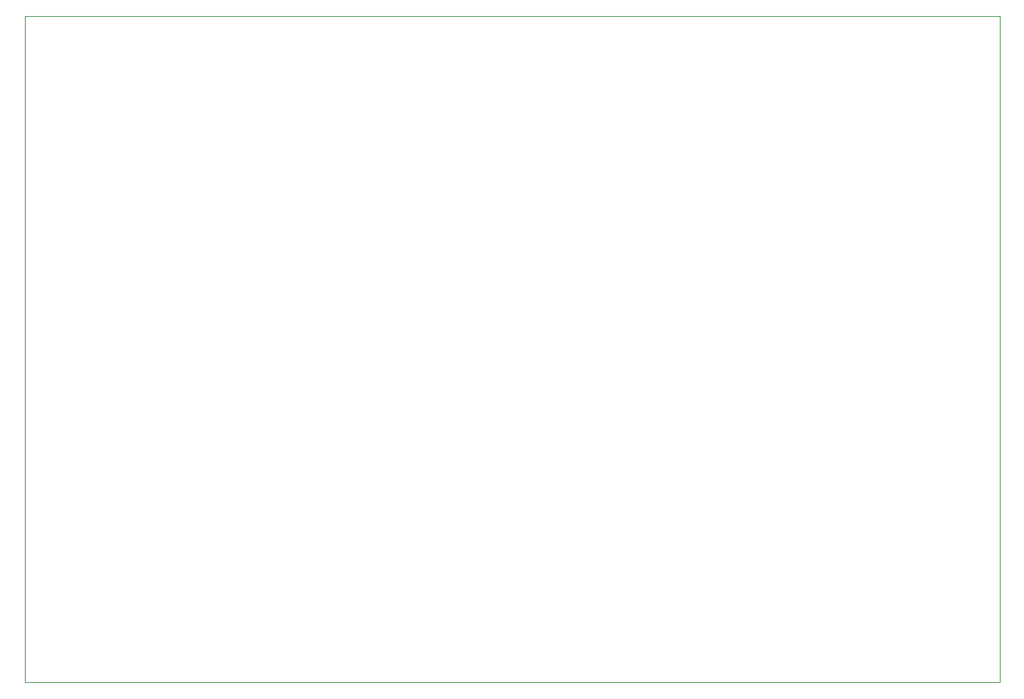
<source format=gbr>
%TF.GenerationSoftware,KiCad,Pcbnew,(5.1.10)-1*%
%TF.CreationDate,2022-07-08T17:57:12+09:00*%
%TF.ProjectId,PowerUnit-Bseries(ver1.0),506f7765-7255-46e6-9974-2d4273657269,rev?*%
%TF.SameCoordinates,Original*%
%TF.FileFunction,Profile,NP*%
%FSLAX46Y46*%
G04 Gerber Fmt 4.6, Leading zero omitted, Abs format (unit mm)*
G04 Created by KiCad (PCBNEW (5.1.10)-1) date 2022-07-08 17:57:12*
%MOMM*%
%LPD*%
G01*
G04 APERTURE LIST*
%TA.AperFunction,Profile*%
%ADD10C,0.050000*%
%TD*%
G04 APERTURE END LIST*
D10*
X92151100Y-143503600D02*
X204851100Y-143503600D01*
X204851100Y-143503600D02*
X204851100Y-66503600D01*
X204851100Y-66503600D02*
X92151100Y-66503600D01*
X92151100Y-66503600D02*
X92151100Y-143503600D01*
M02*

</source>
